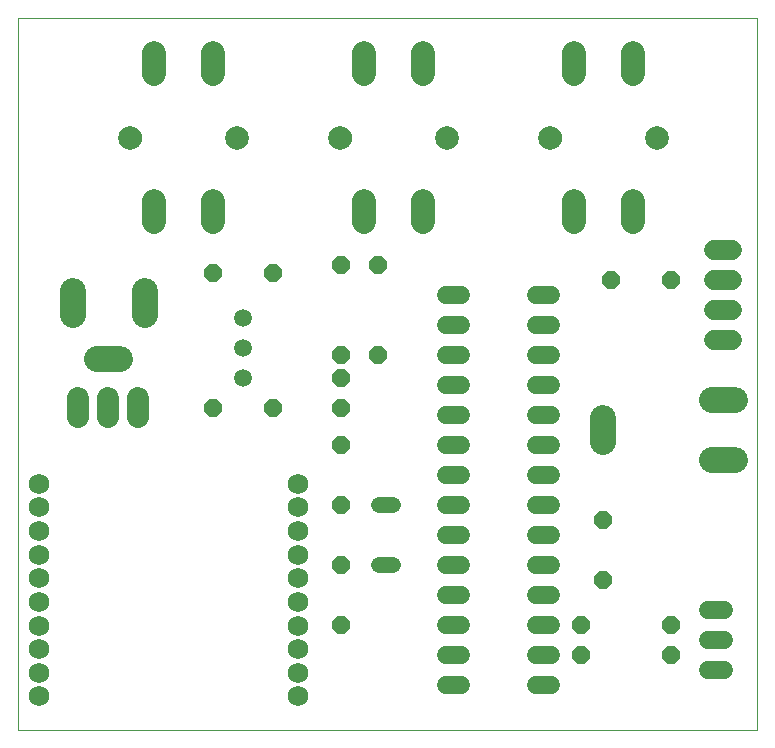
<source format=gbs>
G75*
%MOIN*%
%OFA0B0*%
%FSLAX24Y24*%
%IPPOS*%
%LPD*%
%AMOC8*
5,1,8,0,0,1.08239X$1,22.5*
%
%ADD10C,0.0000*%
%ADD11C,0.0600*%
%ADD12C,0.0520*%
%ADD13OC8,0.0600*%
%ADD14C,0.0680*%
%ADD15C,0.0785*%
%ADD16C,0.0790*%
%ADD17C,0.0860*%
%ADD18C,0.0680*%
%ADD19C,0.0595*%
%ADD20C,0.0867*%
%ADD21C,0.0730*%
D10*
X001300Y002006D02*
X001300Y025752D01*
X025920Y025752D01*
X025920Y002006D01*
X001300Y002006D01*
X004675Y021756D02*
X004677Y021793D01*
X004683Y021830D01*
X004692Y021866D01*
X004706Y021900D01*
X004723Y021933D01*
X004743Y021965D01*
X004766Y021994D01*
X004792Y022020D01*
X004821Y022043D01*
X004852Y022063D01*
X004886Y022080D01*
X004920Y022094D01*
X004956Y022103D01*
X004993Y022109D01*
X005030Y022111D01*
X005067Y022109D01*
X005104Y022103D01*
X005140Y022094D01*
X005174Y022080D01*
X005207Y022063D01*
X005239Y022043D01*
X005268Y022020D01*
X005294Y021994D01*
X005317Y021965D01*
X005337Y021934D01*
X005354Y021900D01*
X005368Y021866D01*
X005377Y021830D01*
X005383Y021793D01*
X005385Y021756D01*
X005383Y021719D01*
X005377Y021682D01*
X005368Y021646D01*
X005354Y021612D01*
X005337Y021579D01*
X005317Y021547D01*
X005294Y021518D01*
X005268Y021492D01*
X005239Y021469D01*
X005208Y021449D01*
X005174Y021432D01*
X005140Y021418D01*
X005104Y021409D01*
X005067Y021403D01*
X005030Y021401D01*
X004993Y021403D01*
X004956Y021409D01*
X004920Y021418D01*
X004886Y021432D01*
X004853Y021449D01*
X004821Y021469D01*
X004792Y021492D01*
X004766Y021518D01*
X004743Y021547D01*
X004723Y021578D01*
X004706Y021612D01*
X004692Y021646D01*
X004683Y021682D01*
X004677Y021719D01*
X004675Y021756D01*
X008215Y021756D02*
X008217Y021793D01*
X008223Y021830D01*
X008232Y021866D01*
X008246Y021900D01*
X008263Y021933D01*
X008283Y021965D01*
X008306Y021994D01*
X008332Y022020D01*
X008361Y022043D01*
X008392Y022063D01*
X008426Y022080D01*
X008460Y022094D01*
X008496Y022103D01*
X008533Y022109D01*
X008570Y022111D01*
X008607Y022109D01*
X008644Y022103D01*
X008680Y022094D01*
X008714Y022080D01*
X008747Y022063D01*
X008779Y022043D01*
X008808Y022020D01*
X008834Y021994D01*
X008857Y021965D01*
X008877Y021934D01*
X008894Y021900D01*
X008908Y021866D01*
X008917Y021830D01*
X008923Y021793D01*
X008925Y021756D01*
X008923Y021719D01*
X008917Y021682D01*
X008908Y021646D01*
X008894Y021612D01*
X008877Y021579D01*
X008857Y021547D01*
X008834Y021518D01*
X008808Y021492D01*
X008779Y021469D01*
X008748Y021449D01*
X008714Y021432D01*
X008680Y021418D01*
X008644Y021409D01*
X008607Y021403D01*
X008570Y021401D01*
X008533Y021403D01*
X008496Y021409D01*
X008460Y021418D01*
X008426Y021432D01*
X008393Y021449D01*
X008361Y021469D01*
X008332Y021492D01*
X008306Y021518D01*
X008283Y021547D01*
X008263Y021578D01*
X008246Y021612D01*
X008232Y021646D01*
X008223Y021682D01*
X008217Y021719D01*
X008215Y021756D01*
X011675Y021756D02*
X011677Y021793D01*
X011683Y021830D01*
X011692Y021866D01*
X011706Y021900D01*
X011723Y021933D01*
X011743Y021965D01*
X011766Y021994D01*
X011792Y022020D01*
X011821Y022043D01*
X011852Y022063D01*
X011886Y022080D01*
X011920Y022094D01*
X011956Y022103D01*
X011993Y022109D01*
X012030Y022111D01*
X012067Y022109D01*
X012104Y022103D01*
X012140Y022094D01*
X012174Y022080D01*
X012207Y022063D01*
X012239Y022043D01*
X012268Y022020D01*
X012294Y021994D01*
X012317Y021965D01*
X012337Y021934D01*
X012354Y021900D01*
X012368Y021866D01*
X012377Y021830D01*
X012383Y021793D01*
X012385Y021756D01*
X012383Y021719D01*
X012377Y021682D01*
X012368Y021646D01*
X012354Y021612D01*
X012337Y021579D01*
X012317Y021547D01*
X012294Y021518D01*
X012268Y021492D01*
X012239Y021469D01*
X012208Y021449D01*
X012174Y021432D01*
X012140Y021418D01*
X012104Y021409D01*
X012067Y021403D01*
X012030Y021401D01*
X011993Y021403D01*
X011956Y021409D01*
X011920Y021418D01*
X011886Y021432D01*
X011853Y021449D01*
X011821Y021469D01*
X011792Y021492D01*
X011766Y021518D01*
X011743Y021547D01*
X011723Y021578D01*
X011706Y021612D01*
X011692Y021646D01*
X011683Y021682D01*
X011677Y021719D01*
X011675Y021756D01*
X015215Y021756D02*
X015217Y021793D01*
X015223Y021830D01*
X015232Y021866D01*
X015246Y021900D01*
X015263Y021933D01*
X015283Y021965D01*
X015306Y021994D01*
X015332Y022020D01*
X015361Y022043D01*
X015392Y022063D01*
X015426Y022080D01*
X015460Y022094D01*
X015496Y022103D01*
X015533Y022109D01*
X015570Y022111D01*
X015607Y022109D01*
X015644Y022103D01*
X015680Y022094D01*
X015714Y022080D01*
X015747Y022063D01*
X015779Y022043D01*
X015808Y022020D01*
X015834Y021994D01*
X015857Y021965D01*
X015877Y021934D01*
X015894Y021900D01*
X015908Y021866D01*
X015917Y021830D01*
X015923Y021793D01*
X015925Y021756D01*
X015923Y021719D01*
X015917Y021682D01*
X015908Y021646D01*
X015894Y021612D01*
X015877Y021579D01*
X015857Y021547D01*
X015834Y021518D01*
X015808Y021492D01*
X015779Y021469D01*
X015748Y021449D01*
X015714Y021432D01*
X015680Y021418D01*
X015644Y021409D01*
X015607Y021403D01*
X015570Y021401D01*
X015533Y021403D01*
X015496Y021409D01*
X015460Y021418D01*
X015426Y021432D01*
X015393Y021449D01*
X015361Y021469D01*
X015332Y021492D01*
X015306Y021518D01*
X015283Y021547D01*
X015263Y021578D01*
X015246Y021612D01*
X015232Y021646D01*
X015223Y021682D01*
X015217Y021719D01*
X015215Y021756D01*
X018675Y021756D02*
X018677Y021793D01*
X018683Y021830D01*
X018692Y021866D01*
X018706Y021900D01*
X018723Y021933D01*
X018743Y021965D01*
X018766Y021994D01*
X018792Y022020D01*
X018821Y022043D01*
X018852Y022063D01*
X018886Y022080D01*
X018920Y022094D01*
X018956Y022103D01*
X018993Y022109D01*
X019030Y022111D01*
X019067Y022109D01*
X019104Y022103D01*
X019140Y022094D01*
X019174Y022080D01*
X019207Y022063D01*
X019239Y022043D01*
X019268Y022020D01*
X019294Y021994D01*
X019317Y021965D01*
X019337Y021934D01*
X019354Y021900D01*
X019368Y021866D01*
X019377Y021830D01*
X019383Y021793D01*
X019385Y021756D01*
X019383Y021719D01*
X019377Y021682D01*
X019368Y021646D01*
X019354Y021612D01*
X019337Y021579D01*
X019317Y021547D01*
X019294Y021518D01*
X019268Y021492D01*
X019239Y021469D01*
X019208Y021449D01*
X019174Y021432D01*
X019140Y021418D01*
X019104Y021409D01*
X019067Y021403D01*
X019030Y021401D01*
X018993Y021403D01*
X018956Y021409D01*
X018920Y021418D01*
X018886Y021432D01*
X018853Y021449D01*
X018821Y021469D01*
X018792Y021492D01*
X018766Y021518D01*
X018743Y021547D01*
X018723Y021578D01*
X018706Y021612D01*
X018692Y021646D01*
X018683Y021682D01*
X018677Y021719D01*
X018675Y021756D01*
X022215Y021756D02*
X022217Y021793D01*
X022223Y021830D01*
X022232Y021866D01*
X022246Y021900D01*
X022263Y021933D01*
X022283Y021965D01*
X022306Y021994D01*
X022332Y022020D01*
X022361Y022043D01*
X022392Y022063D01*
X022426Y022080D01*
X022460Y022094D01*
X022496Y022103D01*
X022533Y022109D01*
X022570Y022111D01*
X022607Y022109D01*
X022644Y022103D01*
X022680Y022094D01*
X022714Y022080D01*
X022747Y022063D01*
X022779Y022043D01*
X022808Y022020D01*
X022834Y021994D01*
X022857Y021965D01*
X022877Y021934D01*
X022894Y021900D01*
X022908Y021866D01*
X022917Y021830D01*
X022923Y021793D01*
X022925Y021756D01*
X022923Y021719D01*
X022917Y021682D01*
X022908Y021646D01*
X022894Y021612D01*
X022877Y021579D01*
X022857Y021547D01*
X022834Y021518D01*
X022808Y021492D01*
X022779Y021469D01*
X022748Y021449D01*
X022714Y021432D01*
X022680Y021418D01*
X022644Y021409D01*
X022607Y021403D01*
X022570Y021401D01*
X022533Y021403D01*
X022496Y021409D01*
X022460Y021418D01*
X022426Y021432D01*
X022393Y021449D01*
X022361Y021469D01*
X022332Y021492D01*
X022306Y021518D01*
X022283Y021547D01*
X022263Y021578D01*
X022246Y021612D01*
X022232Y021646D01*
X022223Y021682D01*
X022217Y021719D01*
X022215Y021756D01*
D11*
X019060Y016506D02*
X018540Y016506D01*
X018540Y015506D02*
X019060Y015506D01*
X019060Y014506D02*
X018540Y014506D01*
X018540Y013506D02*
X019060Y013506D01*
X019060Y012506D02*
X018540Y012506D01*
X018540Y011506D02*
X019060Y011506D01*
X019060Y010506D02*
X018540Y010506D01*
X018540Y009506D02*
X019060Y009506D01*
X019060Y008506D02*
X018540Y008506D01*
X018540Y007506D02*
X019060Y007506D01*
X019060Y006506D02*
X018540Y006506D01*
X018540Y005506D02*
X019060Y005506D01*
X019060Y004506D02*
X018540Y004506D01*
X018540Y003506D02*
X019060Y003506D01*
X016060Y003506D02*
X015540Y003506D01*
X015540Y004506D02*
X016060Y004506D01*
X016060Y005506D02*
X015540Y005506D01*
X015540Y006506D02*
X016060Y006506D01*
X016060Y007506D02*
X015540Y007506D01*
X015540Y008506D02*
X016060Y008506D01*
X016060Y009506D02*
X015540Y009506D01*
X015540Y010506D02*
X016060Y010506D01*
X016060Y011506D02*
X015540Y011506D01*
X015540Y012506D02*
X016060Y012506D01*
X016060Y013506D02*
X015540Y013506D01*
X015540Y014506D02*
X016060Y014506D01*
X016060Y015506D02*
X015540Y015506D01*
X015540Y016506D02*
X016060Y016506D01*
X024290Y006006D02*
X024810Y006006D01*
X024810Y005006D02*
X024290Y005006D01*
X024290Y004006D02*
X024810Y004006D01*
D12*
X013770Y007506D02*
X013330Y007506D01*
X013330Y009506D02*
X013770Y009506D01*
D13*
X012050Y009506D03*
X012050Y007506D03*
X012050Y005506D03*
X012050Y011506D03*
X012050Y012756D03*
X012050Y013756D03*
X012050Y014506D03*
X013300Y014506D03*
X013300Y017506D03*
X012050Y017506D03*
X009800Y017256D03*
X007800Y017256D03*
X007800Y012756D03*
X009800Y012756D03*
X020050Y005506D03*
X020050Y004506D03*
X020800Y007006D03*
X020800Y009006D03*
X023050Y005506D03*
X023050Y004506D03*
X023050Y017006D03*
X021050Y017006D03*
D14*
X024500Y017006D02*
X025100Y017006D01*
X025100Y016006D02*
X024500Y016006D01*
X024500Y015006D02*
X025100Y015006D01*
X025100Y018006D02*
X024500Y018006D01*
D15*
X021780Y018944D02*
X021780Y019649D01*
X019820Y019649D02*
X019820Y018944D01*
X019820Y023864D02*
X019820Y024569D01*
X021780Y024569D02*
X021780Y023864D01*
X014780Y023864D02*
X014780Y024569D01*
X012820Y024569D02*
X012820Y023864D01*
X012820Y019649D02*
X012820Y018944D01*
X014780Y018944D02*
X014780Y019649D01*
X007780Y019649D02*
X007780Y018944D01*
X005820Y018944D02*
X005820Y019649D01*
X005820Y023864D02*
X005820Y024569D01*
X007780Y024569D02*
X007780Y023864D01*
D16*
X008570Y021756D03*
X012030Y021756D03*
X015570Y021756D03*
X019030Y021756D03*
X022570Y021756D03*
X005030Y021756D03*
D17*
X020800Y012396D02*
X020800Y011616D01*
X024410Y011006D02*
X025190Y011006D01*
X025190Y013006D02*
X024410Y013006D01*
D18*
X010631Y010219D03*
X010631Y009431D03*
X010631Y008644D03*
X010631Y007857D03*
X010631Y007069D03*
X010631Y006282D03*
X010631Y005494D03*
X010631Y004707D03*
X010631Y003920D03*
X010631Y003132D03*
X001969Y003132D03*
X001969Y003920D03*
X001969Y004707D03*
X001969Y005494D03*
X001969Y006282D03*
X001969Y007069D03*
X001969Y007857D03*
X001969Y008644D03*
X001969Y009431D03*
X001969Y010219D03*
D19*
X008800Y013756D03*
X008800Y014756D03*
X008800Y015756D03*
D20*
X005520Y015862D02*
X005520Y016650D01*
X004694Y014366D02*
X003906Y014366D01*
X003119Y015862D02*
X003119Y016650D01*
D21*
X003300Y013081D02*
X003300Y012431D01*
X004300Y012431D02*
X004300Y013081D01*
X005300Y013081D02*
X005300Y012431D01*
M02*

</source>
